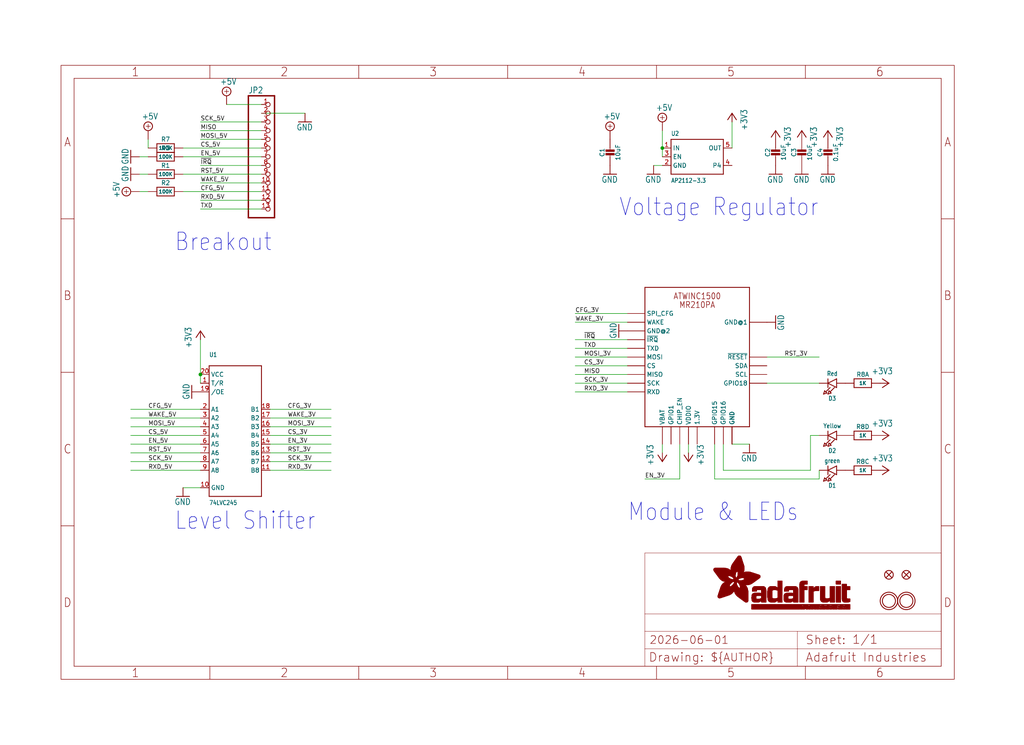
<source format=kicad_sch>
(kicad_sch (version 20230121) (generator eeschema)
  (paper "User" 298.45 217.322)
  (lib_symbols
    (symbol "working-eagle-import:+3V3" (power)
      (property "Value" "+3V3" (at -2.54 -5.08 90))
      (symbol "+3V3_1_0"
        (pin power_in line (at 0 -2.54 90) (length 2.54) (name "+3V3") (number "1"))
      )
    )
    (symbol "working-eagle-import:+5V" (power)
      (property "Value" "+5V" (at -1.905 3.175 0))
      (symbol "+5V_1_0"
        (pin power_in line (at 0 -2.54 90) (length 2.54) (name "+5V") (number "1"))
      )
    )
    (symbol "working-eagle-import:74LCX245"
      (property "Reference" "U" (at -7.62 22.86 0))
      (symbol "74LCX245_1_0"
        (pin bidirectional line (at -10.16 15.24 0) (length 2.54) (name "T/R") (number "1"))
        (pin bidirectional line (at -10.16 -15.24 0) (length 2.54) (name "GND") (number "10"))
        (pin bidirectional line (at 10.16 -10.16 180) (length 2.54) (name "B8") (number "11"))
        (pin bidirectional line (at 10.16 -7.62 180) (length 2.54) (name "B7") (number "12"))
        (pin bidirectional line (at 10.16 -5.08 180) (length 2.54) (name "B6") (number "13"))
        (pin bidirectional line (at 10.16 -2.54 180) (length 2.54) (name "B5") (number "14"))
        (pin bidirectional line (at 10.16 0 180) (length 2.54) (name "B4") (number "15"))
        (pin bidirectional line (at 10.16 2.54 180) (length 2.54) (name "B3") (number "16"))
        (pin bidirectional line (at 10.16 5.08 180) (length 2.54) (name "B2") (number "17"))
        (pin bidirectional line (at 10.16 7.62 180) (length 2.54) (name "B1") (number "18"))
        (pin bidirectional line (at -10.16 12.7 0) (length 2.54) (name "/OE") (number "19"))
        (pin bidirectional line (at -10.16 7.62 0) (length 2.54) (name "A1") (number "2"))
        (pin bidirectional line (at -10.16 17.78 0) (length 2.54) (name "VCC") (number "20"))
        (pin bidirectional line (at -10.16 5.08 0) (length 2.54) (name "A2") (number "3"))
        (pin bidirectional line (at -10.16 2.54 0) (length 2.54) (name "A3") (number "4"))
        (pin bidirectional line (at -10.16 0 0) (length 2.54) (name "A4") (number "5"))
        (pin bidirectional line (at -10.16 -2.54 0) (length 2.54) (name "A5") (number "6"))
        (pin bidirectional line (at -10.16 -5.08 0) (length 2.54) (name "A6") (number "7"))
        (pin bidirectional line (at -10.16 -7.62 0) (length 2.54) (name "A7") (number "8"))
        (pin bidirectional line (at -10.16 -10.16 0) (length 2.54) (name "A8") (number "9"))
      )
    )
    (symbol "working-eagle-import:ATWINC1500_MR210PA"
      (symbol "ATWINC1500_MR210PA_1_0"
        (text "ATWINC1500" (at 0 17.78 0) (effects (font (size 1.778 1.5113))))
        (text "MR210PA" (at 0 15.24 0) (effects (font (size 1.778 1.5113))))
        (pin bidirectional line (at 20.32 -7.62 180) (length 5.08) (name "GPIO18") (number "J1"))
        (pin input line (at -20.32 12.7 0) (length 5.08) (name "SPI_CFG") (number "J10"))
        (pin input line (at -20.32 10.16 0) (length 5.08) (name "WAKE") (number "J11"))
        (pin power_in line (at -20.32 7.62 0) (length 5.08) (name "GND@2") (number "J12"))
        (pin output line (at -20.32 5.08 0) (length 5.08) (name "~{IRQ}") (number "J13"))
        (pin output line (at -20.32 2.54 0) (length 5.08) (name "TXD") (number "J14"))
        (pin input line (at -20.32 0 0) (length 5.08) (name "MOSI") (number "J15"))
        (pin input line (at -20.32 -2.54 0) (length 5.08) (name "CS") (number "J16"))
        (pin output line (at -20.32 -5.08 0) (length 5.08) (name "MISO") (number "J17"))
        (pin input line (at -20.32 -7.62 0) (length 5.08) (name "SCK") (number "J18"))
        (pin input line (at -20.32 -10.16 0) (length 5.08) (name "RXD") (number "J19"))
        (pin bidirectional line (at 20.32 -5.08 180) (length 5.08) (name "SCL") (number "J2"))
        (pin power_in line (at -10.16 -25.4 90) (length 5.08) (name "VBAT") (number "J20"))
        (pin bidirectional line (at -7.62 -25.4 90) (length 5.08) (name "GPIO1") (number "J21"))
        (pin input line (at -5.08 -25.4 90) (length 5.08) (name "CHIP_EN") (number "J22"))
        (pin power_in line (at -2.54 -25.4 90) (length 5.08) (name "VDDIO") (number "J23"))
        (pin passive line (at 0 -25.4 90) (length 5.08) (name "1.3V") (number "J24"))
        (pin bidirectional line (at 5.08 -25.4 90) (length 5.08) (name "GPIO15") (number "J26"))
        (pin bidirectional line (at 7.62 -25.4 90) (length 5.08) (name "GPIO16") (number "J27"))
        (pin power_in line (at 10.16 -25.4 90) (length 5.08) (name "GND") (number "J28"))
        (pin bidirectional line (at 20.32 -2.54 180) (length 5.08) (name "SDA") (number "J3"))
        (pin input line (at 20.32 0 180) (length 5.08) (name "~{RESET}") (number "J4"))
        (pin bidirectional line (at 20.32 10.16 180) (length 5.08) (name "GND@1") (number "J9"))
        (pin power_in line (at 10.16 -25.4 90) (length 5.08) (name "GND") (number "MTGND"))
      )
    )
    (symbol "working-eagle-import:CAP_CERAMIC0805-NOOUTLINE"
      (property "Reference" "C" (at -2.29 1.25 90))
      (symbol "CAP_CERAMIC0805-NOOUTLINE_1_0"
        (pin passive line (at 0 5.08 270) (length 2.54) (name "1") (number "1"))
        (pin passive line (at 0 -2.54 90) (length 2.54) (name "2") (number "2"))
      )
    )
    (symbol "working-eagle-import:CAP_CERAMIC0805_10MGAP"
      (property "Reference" "C" (at -2.29 1.25 90))
      (symbol "CAP_CERAMIC0805_10MGAP_1_0"
        (pin passive line (at 0 5.08 270) (length 2.54) (name "1") (number "1"))
        (pin passive line (at 0 -2.54 90) (length 2.54) (name "2") (number "2"))
      )
    )
    (symbol "working-eagle-import:FIDUCIAL{dblquote}{dblquote}")
    (symbol "working-eagle-import:FRAME_A4_ADAFRUIT"
      (symbol "FRAME_A4_ADAFRUIT_1_0"
        (text "${#}/${##}" (at 230.505 10.16 0) (effects (font (size 2.54 2.54)) (justify left bottom)))
        (text "${AUTHOR}" (at 189.23 5.08 0) (effects (font (size 2.286 2.286)) (justify left bottom)))
        (text "${CURRENT_DATE}" (at 171.45 10.16 0) (effects (font (size 2.286 2.286)) (justify left bottom)))
        (text "${PROJECTNAME}" (at 171.45 15.24 0) (effects (font (size 2.54 2.54)) (justify left bottom)))
        (text "1" (at 21.6958 1.905 0) (effects (font (size 2.54 2.286))))
        (text "1" (at 21.6958 177.165 0) (effects (font (size 2.54 2.286))))
        (text "2" (at 65.0875 1.905 0) (effects (font (size 2.54 2.286))))
        (text "2" (at 65.0875 177.165 0) (effects (font (size 2.54 2.286))))
        (text "3" (at 108.4792 1.905 0) (effects (font (size 2.54 2.286))))
        (text "3" (at 108.4792 177.165 0) (effects (font (size 2.54 2.286))))
        (text "4" (at 151.8708 1.905 0) (effects (font (size 2.54 2.286))))
        (text "4" (at 151.8708 177.165 0) (effects (font (size 2.54 2.286))))
        (text "5" (at 195.2625 1.905 0) (effects (font (size 2.54 2.286))))
        (text "5" (at 195.2625 177.165 0) (effects (font (size 2.54 2.286))))
        (text "6" (at 238.6542 1.905 0) (effects (font (size 2.54 2.286))))
        (text "6" (at 238.6542 177.165 0) (effects (font (size 2.54 2.286))))
        (text "A" (at 1.905 156.6863 0) (effects (font (size 2.54 2.286))))
        (text "A" (at 258.445 156.6863 0) (effects (font (size 2.54 2.286))))
        (text "Adafruit Industries" (at 216.916 4.953 0) (effects (font (size 2.54 2.54)) (justify left bottom)))
        (text "B" (at 1.905 111.9188 0) (effects (font (size 2.54 2.286))))
        (text "B" (at 258.445 111.9188 0) (effects (font (size 2.54 2.286))))
        (text "C" (at 1.905 67.1513 0) (effects (font (size 2.54 2.286))))
        (text "C" (at 258.445 67.1513 0) (effects (font (size 2.54 2.286))))
        (text "D" (at 1.905 22.3838 0) (effects (font (size 2.54 2.286))))
        (text "D" (at 258.445 22.3838 0) (effects (font (size 2.54 2.286))))
        (text "Drawing:" (at 171.196 4.953 0) (effects (font (size 2.54 2.54)) (justify left bottom)))
        (text "Sheet:" (at 216.916 10.033 0) (effects (font (size 2.54 2.54)) (justify left bottom)))
      )
    )
    (symbol "working-eagle-import:GND" (power)
      (property "Value" "GND" (at -2.54 -2.54 0))
      (symbol "GND_1_0"
        (pin power_in line (at 0 2.54 270) (length 2.54) (name "GND") (number "1"))
      )
    )
    (symbol "working-eagle-import:HEADER-1X13"
      (property "Reference" "JP" (at -6.35 18.415 0))
      (symbol "HEADER-1X13_1_0"
        (pin passive inverted (at -2.54 15.24 0) (length 2.54) (name "1") (number "1"))
        (pin passive inverted (at -2.54 -7.62 0) (length 2.54) (name "10") (number "10"))
        (pin passive inverted (at -2.54 -10.16 0) (length 2.54) (name "11") (number "11"))
        (pin passive inverted (at -2.54 -12.7 0) (length 2.54) (name "12") (number "12"))
        (pin passive inverted (at -2.54 -15.24 0) (length 2.54) (name "13") (number "13"))
        (pin passive inverted (at -2.54 12.7 0) (length 2.54) (name "2") (number "2"))
        (pin passive inverted (at -2.54 10.16 0) (length 2.54) (name "3") (number "3"))
        (pin passive inverted (at -2.54 7.62 0) (length 2.54) (name "4") (number "4"))
        (pin passive inverted (at -2.54 5.08 0) (length 2.54) (name "5") (number "5"))
        (pin passive inverted (at -2.54 2.54 0) (length 2.54) (name "6") (number "6"))
        (pin passive inverted (at -2.54 0 0) (length 2.54) (name "7") (number "7"))
        (pin passive inverted (at -2.54 -2.54 0) (length 2.54) (name "8") (number "8"))
        (pin passive inverted (at -2.54 -5.08 0) (length 2.54) (name "9") (number "9"))
      )
    )
    (symbol "working-eagle-import:LED0805_NOOUTLINE"
      (property "Reference" "D" (at -1.27 4.445 0))
      (symbol "LED0805_NOOUTLINE_1_0"
        (pin passive line (at -5.08 0 0) (length 2.54) (name "A") (number "A"))
        (pin passive line (at 2.54 0 180) (length 2.54) (name "C") (number "C"))
      )
    )
    (symbol "working-eagle-import:MOUNTINGHOLE2.5")
    (symbol "working-eagle-import:RESISTOR0805_NOOUTLINE"
      (property "Reference" "R" (at 0 2.54 0))
      (symbol "RESISTOR0805_NOOUTLINE_1_0"
        (pin passive line (at -5.08 0 0) (length 2.54) (name "1") (number "1"))
        (pin passive line (at 5.08 0 180) (length 2.54) (name "2") (number "2"))
      )
    )
    (symbol "working-eagle-import:RESISTOR_0805MP"
      (property "Reference" "R" (at 0 2.54 0))
      (symbol "RESISTOR_0805MP_1_0"
        (pin passive line (at -5.08 0 0) (length 2.54) (name "1") (number "1"))
        (pin passive line (at 5.08 0 180) (length 2.54) (name "2") (number "2"))
      )
    )
    (symbol "working-eagle-import:RESISTOR_4PACK"
      (property "Reference" "R" (at 0 2.54 0))
      (symbol "RESISTOR_4PACK_1_0"
        (pin passive line (at -5.08 0 0) (length 2.54) (name "1") (number "1"))
        (pin passive line (at 5.08 0 180) (length 2.54) (name "2") (number "8"))
      )
      (symbol "RESISTOR_4PACK_2_0"
        (pin passive line (at -5.08 0 0) (length 2.54) (name "1") (number "2"))
        (pin passive line (at 5.08 0 180) (length 2.54) (name "2") (number "7"))
      )
      (symbol "RESISTOR_4PACK_3_0"
        (pin passive line (at -5.08 0 0) (length 2.54) (name "1") (number "3"))
        (pin passive line (at 5.08 0 180) (length 2.54) (name "2") (number "6"))
      )
      (symbol "RESISTOR_4PACK_4_0"
        (pin passive line (at -5.08 0 0) (length 2.54) (name "1") (number "4"))
        (pin passive line (at 5.08 0 180) (length 2.54) (name "2") (number "5"))
      )
    )
    (symbol "working-eagle-import:VREG_SOT23-5"
      (property "Reference" "U" (at -7.62 6.096 0))
      (symbol "VREG_SOT23-5_1_0"
        (pin power_in line (at -10.16 2.54 0) (length 2.54) (name "IN") (number "1"))
        (pin power_in line (at -10.16 -2.54 0) (length 2.54) (name "GND") (number "2"))
        (pin input line (at -10.16 0 0) (length 2.54) (name "EN") (number "3"))
        (pin bidirectional line (at 10.16 -2.54 180) (length 2.54) (name "P4") (number "4"))
        (pin power_in line (at 10.16 2.54 180) (length 2.54) (name "OUT") (number "5"))
      )
    )
  )
  (junction (at 58.42 109.22))
  (junction (at 193.04 43.18))
  (wire (pts (xy 76.2 40.64) (xy 58.42 40.64)) (stroke (width 0.1524)))
  (wire (pts (xy 38.1 132.08) (xy 58.42 132.08)) (stroke (width 0.1524)))
  (wire (pts (xy 78.74 119.38) (xy 96.52 119.38)) (stroke (width 0.1524)))
  (wire (pts (xy 38.1 127) (xy 58.42 127)) (stroke (width 0.1524)))
  (wire (pts (xy 236.22 127) (xy 238.76 127)) (stroke (width 0.1524)))
  (wire (pts (xy 200.66 129.54) (xy 200.66 132.08)) (stroke (width 0.1524)))
  (wire (pts (xy 58.42 111.76) (xy 58.42 109.22)) (stroke (width 0.1524)))
  (wire (pts (xy 78.74 134.62) (xy 96.52 134.62)) (stroke (width 0.1524)))
  (wire (pts (xy 96.52 132.08) (xy 78.74 132.08)) (stroke (width 0.1524)))
  (wire (pts (xy 96.52 121.92) (xy 78.74 121.92)) (stroke (width 0.1524)))
  (wire (pts (xy 167.64 99.06) (xy 182.88 99.06)) (stroke (width 0.1524)))
  (wire (pts (xy 193.04 43.18) (xy 193.04 45.72)) (stroke (width 0.1524)))
  (wire (pts (xy 38.1 121.92) (xy 58.42 121.92)) (stroke (width 0.1524)))
  (wire (pts (xy 58.42 38.1) (xy 76.2 38.1)) (stroke (width 0.1524)))
  (wire (pts (xy 76.2 45.72) (xy 53.34 45.72)) (stroke (width 0.1524)))
  (wire (pts (xy 58.42 119.38) (xy 38.1 119.38)) (stroke (width 0.1524)))
  (wire (pts (xy 58.42 58.42) (xy 76.2 58.42)) (stroke (width 0.1524)))
  (wire (pts (xy 96.52 129.54) (xy 78.74 129.54)) (stroke (width 0.1524)))
  (wire (pts (xy 167.64 111.76) (xy 182.88 111.76)) (stroke (width 0.1524)))
  (wire (pts (xy 76.2 50.8) (xy 53.34 50.8)) (stroke (width 0.1524)))
  (wire (pts (xy 190.5 48.26) (xy 193.04 48.26)) (stroke (width 0.1524)))
  (wire (pts (xy 210.82 129.54) (xy 210.82 137.16)) (stroke (width 0.1524)))
  (wire (pts (xy 182.88 114.3) (xy 167.64 114.3)) (stroke (width 0.1524)))
  (wire (pts (xy 208.28 129.54) (xy 208.28 139.7)) (stroke (width 0.1524)))
  (wire (pts (xy 88.9 33.02) (xy 76.2 33.02)) (stroke (width 0.1524)))
  (wire (pts (xy 76.2 55.88) (xy 53.34 55.88)) (stroke (width 0.1524)))
  (wire (pts (xy 78.74 124.46) (xy 96.52 124.46)) (stroke (width 0.1524)))
  (wire (pts (xy 58.42 53.34) (xy 76.2 53.34)) (stroke (width 0.1524)))
  (wire (pts (xy 58.42 99.06) (xy 58.42 109.22)) (stroke (width 0.1524)))
  (wire (pts (xy 58.42 124.46) (xy 38.1 124.46)) (stroke (width 0.1524)))
  (wire (pts (xy 58.42 134.62) (xy 38.1 134.62)) (stroke (width 0.1524)))
  (wire (pts (xy 53.34 142.24) (xy 58.42 142.24)) (stroke (width 0.1524)))
  (wire (pts (xy 238.76 104.14) (xy 223.52 104.14)) (stroke (width 0.1524)))
  (wire (pts (xy 38.1 137.16) (xy 58.42 137.16)) (stroke (width 0.1524)))
  (wire (pts (xy 182.88 106.68) (xy 167.64 106.68)) (stroke (width 0.1524)))
  (wire (pts (xy 53.34 43.18) (xy 76.2 43.18)) (stroke (width 0.1524)))
  (wire (pts (xy 236.22 137.16) (xy 236.22 127)) (stroke (width 0.1524)))
  (wire (pts (xy 66.04 30.48) (xy 76.2 30.48)) (stroke (width 0.1524)))
  (wire (pts (xy 76.2 35.56) (xy 58.42 35.56)) (stroke (width 0.1524)))
  (wire (pts (xy 198.12 139.7) (xy 187.96 139.7)) (stroke (width 0.1524)))
  (wire (pts (xy 193.04 132.08) (xy 193.04 129.54)) (stroke (width 0.1524)))
  (wire (pts (xy 213.36 43.18) (xy 213.36 35.56)) (stroke (width 0.1524)))
  (wire (pts (xy 182.88 91.44) (xy 167.64 91.44)) (stroke (width 0.1524)))
  (wire (pts (xy 198.12 129.54) (xy 198.12 139.7)) (stroke (width 0.1524)))
  (wire (pts (xy 96.52 127) (xy 78.74 127)) (stroke (width 0.1524)))
  (wire (pts (xy 213.36 129.54) (xy 218.44 129.54)) (stroke (width 0.1524)))
  (wire (pts (xy 193.04 38.1) (xy 193.04 43.18)) (stroke (width 0.1524)))
  (wire (pts (xy 208.28 139.7) (xy 238.76 139.7)) (stroke (width 0.1524)))
  (wire (pts (xy 43.18 50.8) (xy 40.64 50.8)) (stroke (width 0.1524)))
  (wire (pts (xy 58.42 129.54) (xy 38.1 129.54)) (stroke (width 0.1524)))
  (wire (pts (xy 43.18 40.64) (xy 43.18 43.18)) (stroke (width 0.1524)))
  (wire (pts (xy 182.88 109.22) (xy 167.64 109.22)) (stroke (width 0.1524)))
  (wire (pts (xy 167.64 104.14) (xy 182.88 104.14)) (stroke (width 0.1524)))
  (wire (pts (xy 78.74 137.16) (xy 96.52 137.16)) (stroke (width 0.1524)))
  (wire (pts (xy 210.82 137.16) (xy 236.22 137.16)) (stroke (width 0.1524)))
  (wire (pts (xy 43.18 55.88) (xy 40.64 55.88)) (stroke (width 0.1524)))
  (wire (pts (xy 223.52 111.76) (xy 238.76 111.76)) (stroke (width 0.1524)))
  (wire (pts (xy 58.42 48.26) (xy 76.2 48.26)) (stroke (width 0.1524)))
  (wire (pts (xy 182.88 101.6) (xy 167.64 101.6)) (stroke (width 0.1524)))
  (wire (pts (xy 40.64 45.72) (xy 43.18 45.72)) (stroke (width 0.1524)))
  (wire (pts (xy 76.2 60.96) (xy 58.42 60.96)) (stroke (width 0.1524)))
  (wire (pts (xy 167.64 93.98) (xy 182.88 93.98)) (stroke (width 0.1524)))
  (wire (pts (xy 238.76 139.7) (xy 238.76 137.16)) (stroke (width 0.1524)))
  (text "Module & LEDs" (at 182.88 152.4 0) (effects (font (size 5.08 4.318)) (justify left bottom)))
  (text "Voltage Regulator" (at 180.34 63.5 0) (effects (font (size 5.08 4.318)) (justify left bottom)))
  (text "Level Shifter" (at 50.8 154.94 0) (effects (font (size 5.08 4.318)) (justify left bottom)))
  (text "Breakout" (at 50.8 73.66 0) (effects (font (size 5.08 4.318)) (justify left bottom)))
  (label "WAKE_5V" (at 58.42 53.34 0) (effects (font (size 1.2446 1.2446))))
  (label "RST_5V" (at 58.42 50.8 0) (effects (font (size 1.2446 1.2446))))
  (label "CS_3V" (at 83.82 127 0) (effects (font (size 1.2446 1.2446))))
  (label "CFG_3V" (at 83.82 119.38 0) (effects (font (size 1.2446 1.2446))))
  (label "CS_5V" (at 43.18 127 0) (effects (font (size 1.2446 1.2446))))
  (label "TXD" (at 170.18 101.6 0) (effects (font (size 1.2446 1.2446))))
  (label "MISO" (at 170.18 109.22 0) (effects (font (size 1.2446 1.2446))))
  (label "EN_3V" (at 187.96 139.7 0) (effects (font (size 1.2446 1.2446))))
  (label "RXD_5V" (at 58.42 58.42 0) (effects (font (size 1.2446 1.2446))))
  (label "WAKE_3V" (at 83.82 121.92 0) (effects (font (size 1.2446 1.2446))))
  (label "SCK_5V" (at 43.18 134.62 0) (effects (font (size 1.2446 1.2446))))
  (label "SCK_3V" (at 170.18 111.76 0) (effects (font (size 1.2446 1.2446))))
  (label "RXD_3V" (at 170.18 114.3 0) (effects (font (size 1.2446 1.2446))))
  (label "MOSI_5V" (at 43.18 124.46 0) (effects (font (size 1.2446 1.2446))))
  (label "CS_5V" (at 58.42 43.18 0) (effects (font (size 1.2446 1.2446))))
  (label "EN_5V" (at 58.42 45.72 0) (effects (font (size 1.2446 1.2446))))
  (label "RXD_3V" (at 83.82 137.16 0) (effects (font (size 1.2446 1.2446))))
  (label "~{IRQ}" (at 170.18 99.06 0) (effects (font (size 1.2446 1.2446))))
  (label "TXD" (at 58.42 60.96 0) (effects (font (size 1.2446 1.2446))))
  (label "MOSI_3V" (at 170.18 104.14 0) (effects (font (size 1.2446 1.2446))))
  (label "MISO" (at 58.42 38.1 0) (effects (font (size 1.2446 1.2446))))
  (label "EN_3V" (at 83.82 129.54 0) (effects (font (size 1.2446 1.2446))))
  (label "RST_3V" (at 83.82 132.08 0) (effects (font (size 1.2446 1.2446))))
  (label "MOSI_5V" (at 58.42 40.64 0) (effects (font (size 1.2446 1.2446))))
  (label "CFG_3V" (at 167.64 91.44 0) (effects (font (size 1.2446 1.2446))))
  (label "SCK_5V" (at 58.42 35.56 0) (effects (font (size 1.2446 1.2446))))
  (label "RST_5V" (at 43.18 132.08 0) (effects (font (size 1.2446 1.2446))))
  (label "WAKE_5V" (at 43.18 121.92 0) (effects (font (size 1.2446 1.2446))))
  (label "~{IRQ}" (at 58.42 48.26 0) (effects (font (size 1.2446 1.2446))))
  (label "EN_5V" (at 43.18 129.54 0) (effects (font (size 1.2446 1.2446))))
  (label "CS_3V" (at 170.18 106.68 0) (effects (font (size 1.2446 1.2446))))
  (label "RST_3V" (at 228.6 104.14 0) (effects (font (size 1.2446 1.2446))))
  (label "WAKE_3V" (at 167.64 93.98 0) (effects (font (size 1.2446 1.2446))))
  (label "RXD_5V" (at 43.18 137.16 0) (effects (font (size 1.2446 1.2446))))
  (label "MOSI_3V" (at 83.82 124.46 0) (effects (font (size 1.2446 1.2446))))
  (label "CFG_5V" (at 43.18 119.38 0) (effects (font (size 1.2446 1.2446))))
  (label "SCK_3V" (at 83.82 134.62 0) (effects (font (size 1.2446 1.2446))))
  (label "CFG_5V" (at 58.42 55.88 0) (effects (font (size 1.2446 1.2446))))
  (symbol (lib_id "working-eagle-import:+3V3") (at 58.42 96.52 0) (unit 1)
    (property "Reference" "#+3V4" (effects hide))
    (property "Value" "+3V3" (at 55.88 101.6 90) (effects (font (size 1.778 1.5113)) (justify left bottom)))
  )
  (symbol (lib_id "working-eagle-import:RESISTOR0805_NOOUTLINE") (at 48.26 50.8 0) (unit 1)
    (property "Reference" "R1" (at 48.26 48.26 0))
    (property "Value" "100K" (at 48.26 50.8 0) (effects (font (size 1.016 1.016) bold)))
    (property "Footprint" "working:0805-NO" (effects hide))
  )
  (symbol (lib_id "working-eagle-import:GND") (at 226.06 93.98 90) (unit 1)
    (property "Reference" "#GND13" (effects hide))
    (property "Value" "GND" (at 228.6 96.52 0) (effects (font (size 1.778 1.5113)) (justify left bottom)))
  )
  (symbol (lib_id "working-eagle-import:+3V3") (at 233.68 38.1 0) (mirror y) (unit 1)
    (property "Reference" "#+3V6" (effects hide))
    (property "Value" "+3V3" (at 236.22 43.18 90) (effects (font (size 1.778 1.5113)) (justify left bottom)))
  )
  (symbol (lib_id "working-eagle-import:+3V3") (at 200.66 134.62 180) (unit 1)
    (property "Reference" "#+3V2" (effects hide))
    (property "Value" "+3V3" (at 203.2 129.54 90) (effects (font (size 1.778 1.5113)) (justify left bottom)))
  )
  (symbol (lib_id "working-eagle-import:LED0805_NOOUTLINE") (at 241.3 111.76 180) (unit 1)
    (property "Reference" "D3" (at 242.57 116.205 0) (effects (font (size 1.27 1.0795))))
    (property "Value" "Red" (at 242.57 108.966 0) (effects (font (size 1.27 1.0795))))
    (property "Footprint" "working:CHIPLED_0805_NOOUTLINE" (effects hide))
  )
  (symbol (lib_id "working-eagle-import:+3V3") (at 213.36 33.02 0) (mirror y) (unit 1)
    (property "Reference" "#+3V3" (effects hide))
    (property "Value" "+3V3" (at 215.9 38.1 90) (effects (font (size 1.778 1.5113)) (justify left bottom)))
  )
  (symbol (lib_id "working-eagle-import:RESISTOR_4PACK") (at 251.46 127 0) (unit 4)
    (property "Reference" "R8" (at 251.46 124.46 0))
    (property "Value" "1K" (at 251.46 127 0) (effects (font (size 1.016 1.016) bold)))
    (property "Footprint" "working:RESPACK_4X0603" (effects hide))
  )
  (symbol (lib_id "working-eagle-import:GND") (at 55.88 114.3 270) (unit 1)
    (property "Reference" "#GND5" (effects hide))
    (property "Value" "GND" (at 53.34 111.76 0) (effects (font (size 1.778 1.5113)) (justify left bottom)))
  )
  (symbol (lib_id "working-eagle-import:+3V3") (at 241.3 38.1 0) (mirror y) (unit 1)
    (property "Reference" "#+3V7" (effects hide))
    (property "Value" "+3V3" (at 243.84 43.18 90) (effects (font (size 1.778 1.5113)) (justify left bottom)))
  )
  (symbol (lib_id "working-eagle-import:+3V3") (at 259.08 127 270) (unit 1)
    (property "Reference" "#+3V9" (effects hide))
    (property "Value" "+3V3" (at 254 124.46 90) (effects (font (size 1.778 1.5113)) (justify left bottom)))
  )
  (symbol (lib_id "working-eagle-import:HEADER-1X13") (at 78.74 45.72 0) (unit 1)
    (property "Reference" "JP2" (at 72.39 27.305 0) (effects (font (size 1.778 1.5113)) (justify left bottom)))
    (property "Value" "HEADER-1X13" (effects hide))
    (property "Footprint" "working:1X13_ROUND_70" (effects hide))
  )
  (symbol (lib_id "working-eagle-import:+5V") (at 193.04 35.56 0) (unit 1)
    (property "Reference" "#SUPPLY1" (effects hide))
    (property "Value" "+5V" (at 191.135 32.385 0) (effects (font (size 1.778 1.5113)) (justify left bottom)))
  )
  (symbol (lib_id "working-eagle-import:GND") (at 233.68 50.8 0) (unit 1)
    (property "Reference" "#GND8" (effects hide))
    (property "Value" "GND" (at 231.14 53.34 0) (effects (font (size 1.778 1.5113)) (justify left bottom)))
  )
  (symbol (lib_id "working-eagle-import:CAP_CERAMIC0805_10MGAP") (at 226.06 45.72 0) (unit 1)
    (property "Reference" "C2" (at 223.77 44.47 90))
    (property "Value" "10uF" (at 228.36 44.47 90))
    (property "Footprint" "working:0805_10MGAP" (effects hide))
  )
  (symbol (lib_id "working-eagle-import:MOUNTINGHOLE2.5") (at 259.08 175.26 0) (unit 1)
    (property "Reference" "U$2" (effects hide))
    (property "Value" "MOUNTINGHOLE2.5" (effects hide))
    (property "Footprint" "working:MOUNTINGHOLE_2.5_PLATED" (effects hide))
  )
  (symbol (lib_id "working-eagle-import:MOUNTINGHOLE2.5") (at 264.16 175.26 0) (unit 1)
    (property "Reference" "U$3" (effects hide))
    (property "Value" "MOUNTINGHOLE2.5" (effects hide))
    (property "Footprint" "working:MOUNTINGHOLE_2.5_PLATED" (effects hide))
  )
  (symbol (lib_id "working-eagle-import:74LCX245") (at 68.58 127 0) (unit 1)
    (property "Reference" "U1" (at 60.96 104.14 0) (effects (font (size 1.27 1.0795)) (justify left bottom)))
    (property "Value" "74LVC245" (at 60.96 147.32 0) (effects (font (size 1.27 1.0795)) (justify left bottom)))
    (property "Footprint" "working:TSSOP20" (effects hide))
  )
  (symbol (lib_id "working-eagle-import:GND") (at 38.1 50.8 270) (unit 1)
    (property "Reference" "#GND11" (effects hide))
    (property "Value" "GND" (at 35.56 48.26 0) (effects (font (size 1.778 1.5113)) (justify left bottom)))
  )
  (symbol (lib_id "working-eagle-import:GND") (at 177.8 50.8 0) (unit 1)
    (property "Reference" "#GND6" (effects hide))
    (property "Value" "GND" (at 175.26 53.34 0) (effects (font (size 1.778 1.5113)) (justify left bottom)))
  )
  (symbol (lib_id "working-eagle-import:+5V") (at 43.18 38.1 0) (unit 1)
    (property "Reference" "#SUPPLY5" (effects hide))
    (property "Value" "+5V" (at 41.275 34.925 0) (effects (font (size 1.778 1.5113)) (justify left bottom)))
  )
  (symbol (lib_id "working-eagle-import:GND") (at 226.06 50.8 0) (unit 1)
    (property "Reference" "#GND7" (effects hide))
    (property "Value" "GND" (at 223.52 53.34 0) (effects (font (size 1.778 1.5113)) (justify left bottom)))
  )
  (symbol (lib_id "working-eagle-import:FRAME_A4_ADAFRUIT") (at 17.78 198.12 0) (unit 1)
    (property "Reference" "#U$7" (effects hide))
    (property "Value" "FRAME_A4_ADAFRUIT" (effects hide))
  )
  (symbol (lib_id "working-eagle-import:+5V") (at 177.8 38.1 0) (unit 1)
    (property "Reference" "#SUPPLY2" (effects hide))
    (property "Value" "+5V" (at 175.895 34.925 0) (effects (font (size 1.778 1.5113)) (justify left bottom)))
  )
  (symbol (lib_id "working-eagle-import:RESISTOR_0805MP") (at 48.26 45.72 0) (unit 1)
    (property "Reference" "R3" (at 48.26 43.18 0))
    (property "Value" "100K" (at 48.26 45.72 0) (effects (font (size 1.016 1.016) bold)))
    (property "Footprint" "working:_0805MP" (effects hide))
  )
  (symbol (lib_id "working-eagle-import:LED0805_NOOUTLINE") (at 241.3 137.16 180) (unit 1)
    (property "Reference" "D1" (at 242.57 141.605 0) (effects (font (size 1.27 1.0795))))
    (property "Value" "green" (at 242.57 134.366 0) (effects (font (size 1.27 1.0795))))
    (property "Footprint" "working:CHIPLED_0805_NOOUTLINE" (effects hide))
  )
  (symbol (lib_id "working-eagle-import:VREG_SOT23-5") (at 203.2 45.72 0) (unit 1)
    (property "Reference" "U2" (at 195.58 39.624 0) (effects (font (size 1.27 1.0795)) (justify left bottom)))
    (property "Value" "AP2112-3.3" (at 195.58 53.34 0) (effects (font (size 1.27 1.0795)) (justify left bottom)))
    (property "Footprint" "working:SOT23-5" (effects hide))
  )
  (symbol (lib_id "working-eagle-import:RESISTOR_0805MP") (at 48.26 43.18 0) (unit 1)
    (property "Reference" "R7" (at 48.26 40.64 0))
    (property "Value" "100K" (at 48.26 43.18 0) (effects (font (size 1.016 1.016) bold)))
    (property "Footprint" "working:_0805MP" (effects hide))
  )
  (symbol (lib_id "working-eagle-import:RESISTOR0805_NOOUTLINE") (at 48.26 55.88 0) (unit 1)
    (property "Reference" "R2" (at 48.26 53.34 0))
    (property "Value" "100K" (at 48.26 55.88 0) (effects (font (size 1.016 1.016) bold)))
    (property "Footprint" "working:0805-NO" (effects hide))
  )
  (symbol (lib_id "working-eagle-import:FIDUCIAL{dblquote}{dblquote}") (at 259.08 167.64 0) (unit 1)
    (property "Reference" "FID1" (effects hide))
    (property "Value" "FIDUCIAL{dblquote}{dblquote}" (effects hide))
    (property "Footprint" "working:FIDUCIAL_1MM" (effects hide))
  )
  (symbol (lib_id "working-eagle-import:+3V3") (at 259.08 111.76 270) (unit 1)
    (property "Reference" "#+3V8" (effects hide))
    (property "Value" "+3V3" (at 254 109.22 90) (effects (font (size 1.778 1.5113)) (justify left bottom)))
  )
  (symbol (lib_id "working-eagle-import:GND") (at 190.5 50.8 0) (unit 1)
    (property "Reference" "#GND3" (effects hide))
    (property "Value" "GND" (at 187.96 53.34 0) (effects (font (size 1.778 1.5113)) (justify left bottom)))
  )
  (symbol (lib_id "working-eagle-import:LED0805_NOOUTLINE") (at 241.3 127 180) (unit 1)
    (property "Reference" "D2" (at 242.57 131.445 0) (effects (font (size 1.27 1.0795))))
    (property "Value" "Yellow" (at 242.57 124.206 0) (effects (font (size 1.27 1.0795))))
    (property "Footprint" "working:CHIPLED_0805_NOOUTLINE" (effects hide))
  )
  (symbol (lib_id "working-eagle-import:CAP_CERAMIC0805-NOOUTLINE") (at 233.68 45.72 0) (unit 1)
    (property "Reference" "C3" (at 231.39 44.47 90))
    (property "Value" "10uF" (at 235.98 44.47 90))
    (property "Footprint" "working:0805-NO" (effects hide))
  )
  (symbol (lib_id "working-eagle-import:RESISTOR_4PACK") (at 251.46 137.16 0) (unit 3)
    (property "Reference" "R8" (at 251.46 134.62 0))
    (property "Value" "1K" (at 251.46 137.16 0) (effects (font (size 1.016 1.016) bold)))
    (property "Footprint" "working:RESPACK_4X0603" (effects hide))
  )
  (symbol (lib_id "working-eagle-import:GND") (at 241.3 50.8 0) (unit 1)
    (property "Reference" "#GND9" (effects hide))
    (property "Value" "GND" (at 238.76 53.34 0) (effects (font (size 1.778 1.5113)) (justify left bottom)))
  )
  (symbol (lib_id "working-eagle-import:ATWINC1500_MR210PA") (at 203.2 104.14 0) (unit 1)
    (property "Reference" "U$1" (effects hide))
    (property "Value" "ATWINC1500_MR210PA" (effects hide))
    (property "Footprint" "working:ATWINC1500_MR210PA" (effects hide))
  )
  (symbol (lib_id "working-eagle-import:+3V3") (at 226.06 38.1 0) (mirror y) (unit 1)
    (property "Reference" "#+3V5" (effects hide))
    (property "Value" "+3V3" (at 228.6 43.18 90) (effects (font (size 1.778 1.5113)) (justify left bottom)))
  )
  (symbol (lib_id "working-eagle-import:+5V") (at 66.04 27.94 0) (unit 1)
    (property "Reference" "#SUPPLY3" (effects hide))
    (property "Value" "+5V" (at 64.135 24.765 0) (effects (font (size 1.778 1.5113)) (justify left bottom)))
  )
  (symbol (lib_id "working-eagle-import:GND") (at 53.34 144.78 0) (unit 1)
    (property "Reference" "#GND4" (effects hide))
    (property "Value" "GND" (at 50.8 147.32 0) (effects (font (size 1.778 1.5113)) (justify left bottom)))
  )
  (symbol (lib_id "working-eagle-import:RESISTOR_4PACK") (at 251.46 111.76 0) (unit 1)
    (property "Reference" "R8" (at 251.46 109.22 0))
    (property "Value" "1K" (at 251.46 111.76 0) (effects (font (size 1.016 1.016) bold)))
    (property "Footprint" "working:RESPACK_4X0603" (effects hide))
  )
  (symbol (lib_id "working-eagle-import:FIDUCIAL{dblquote}{dblquote}") (at 264.16 167.64 0) (unit 1)
    (property "Reference" "FID2" (effects hide))
    (property "Value" "FIDUCIAL{dblquote}{dblquote}" (effects hide))
    (property "Footprint" "working:FIDUCIAL_1MM" (effects hide))
  )
  (symbol (lib_id "working-eagle-import:GND") (at 38.1 45.72 270) (unit 1)
    (property "Reference" "#GND12" (effects hide))
    (property "Value" "GND" (at 35.56 43.18 0) (effects (font (size 1.778 1.5113)) (justify left bottom)))
  )
  (symbol (lib_id "working-eagle-import:GND") (at 88.9 35.56 0) (unit 1)
    (property "Reference" "#GND10" (effects hide))
    (property "Value" "GND" (at 86.36 38.1 0) (effects (font (size 1.778 1.5113)) (justify left bottom)))
  )
  (symbol (lib_id "working-eagle-import:CAP_CERAMIC0805-NOOUTLINE") (at 177.8 45.72 0) (unit 1)
    (property "Reference" "C1" (at 175.51 44.47 90))
    (property "Value" "10uF" (at 180.1 44.47 90))
    (property "Footprint" "working:0805-NO" (effects hide))
  )
  (symbol (lib_id "working-eagle-import:GND") (at 218.44 132.08 0) (unit 1)
    (property "Reference" "#GND1" (effects hide))
    (property "Value" "GND" (at 215.9 134.62 0) (effects (font (size 1.778 1.5113)) (justify left bottom)))
  )
  (symbol (lib_id "working-eagle-import:+3V3") (at 193.04 134.62 0) (mirror x) (unit 1)
    (property "Reference" "#+3V1" (effects hide))
    (property "Value" "+3V3" (at 190.5 129.54 90) (effects (font (size 1.778 1.5113)) (justify left bottom)))
  )
  (symbol (lib_id "working-eagle-import:CAP_CERAMIC0805-NOOUTLINE") (at 241.3 45.72 0) (unit 1)
    (property "Reference" "C4" (at 239.01 44.47 90))
    (property "Value" "0.1uF" (at 243.6 44.47 90))
    (property "Footprint" "working:0805-NO" (effects hide))
  )
  (symbol (lib_id "working-eagle-import:+3V3") (at 259.08 137.16 270) (unit 1)
    (property "Reference" "#+3V10" (effects hide))
    (property "Value" "+3V3" (at 254 134.62 90) (effects (font (size 1.778 1.5113)) (justify left bottom)))
  )
  (symbol (lib_id "working-eagle-import:GND") (at 180.34 96.52 270) (unit 1)
    (property "Reference" "#GND2" (effects hide))
    (property "Value" "GND" (at 177.8 93.98 0) (effects (font (size 1.778 1.5113)) (justify left bottom)))
  )
  (symbol (lib_id "working-eagle-import:+5V") (at 38.1 55.88 90) (unit 1)
    (property "Reference" "#SUPPLY4" (effects hide))
    (property "Value" "+5V" (at 34.925 57.785 0) (effects (font (size 1.778 1.5113)) (justify left bottom)))
  )
)
</source>
